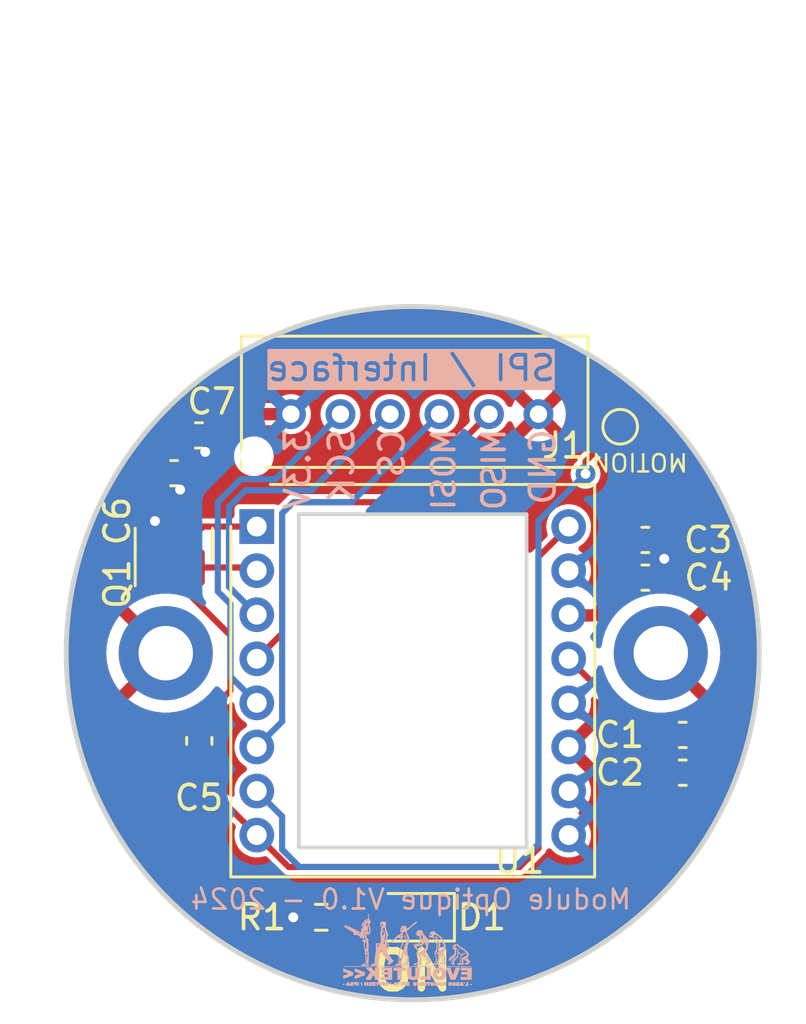
<source format=kicad_pcb>
(kicad_pcb (version 20221018) (generator pcbnew)
  (layers (0 "F.Cu" signal) (31 "B.Cu" signal) (34 "B.Paste" user) (35 "F.Paste" user) (36 "B.SilkS" user "B.Silkscreen") (37 "F.SilkS" user "F.Silkscreen") (38 "B.Mask" user) (39 "F.Mask" user) (44 "Edge.Cuts" user))
  (net 0 "")
  (net 1 "Net-(U1-REFA)")
  (net 2 "GND")
  (net 3 "+3V3")
  (net 4 "Net-(Q1-D)")
  (net 5 "Net-(U1--VCSEL)")
  (net 6 "/MISO")
  (net 7 "/MOSI")
  (net 8 "/CS")
  (net 9 "/SCK")
  (net 10 "Net-(Q1-G)")
  (net 11 "Net-(U1-~{MOTION})")
  (net 12 "Net-(D1-A)")
  (footprint "MountingHole:MountingHole_2.2mm_M2_DIN965_Pad" (layer "F.Cu") (at 106.1 71.374)
    (fp_text reference "H2" hide)
    (fp_text value "M2" hide)
    (pad "1" thru_hole circle (at 0 0) (size 3.8 3.8) (drill 2.2) (layers "*.Cu" "*.Mask") (net 2 "GND"))
  )
  (footprint "Resistor_SMD:R_0603_1608Metric" (layer "F.Cu") (at 112.3805 82.042)
    (fp_text reference "R1" (at -2.3985 0) (layer "F.SilkS"))
    (fp_text value "510")
    (pad "1" smd roundrect (at -0.825 0) (size 0.8 0.95) (layers "F.Cu" "F.Paste" "F.Mask") (net 3 "+3V3"))
    (pad "2" smd roundrect (at 0.825 0) (size 0.8 0.95) (layers "F.Cu" "F.Paste" "F.Mask") (net 12 "Net-(D1-A)"))
  )
  (footprint "Capacitor_SMD:C_0603_1608Metric" (layer "F.Cu") (at 125.476 66.802 180)
    (fp_text reference "C3" (at -2.54 0) (layer "F.SilkS"))
    (fp_text value "100n")
    (pad "1" smd roundrect (at -0.775 0 180) (size 0.9 0.95) (layers "F.Cu" "F.Paste" "F.Mask") (net 3 "+3V3"))
    (pad "2" smd roundrect (at 0.775 0 180) (size 0.9 0.95) (layers "F.Cu" "F.Paste" "F.Mask") (net 2 "GND"))
  )
  (footprint "Capacitor_SMD:C_0603_1608Metric" (layer "F.Cu") (at 106.439 64.105 180)
    (fp_text reference "C6" (at 2.299 -1.935 90) (layer "F.SilkS"))
    (fp_text value "100n")
    (pad "1" smd roundrect (at -0.775 0 180) (size 0.9 0.95) (layers "F.Cu" "F.Paste" "F.Mask") (net 3 "+3V3"))
    (pad "2" smd roundrect (at 0.775 0 180) (size 0.9 0.95) (layers "F.Cu" "F.Paste" "F.Mask") (net 2 "GND"))
  )
  (footprint "Package_TO_SOT_SMD:SOT-23" (layer "F.Cu") (at 106.426 66.9775 90)
    (fp_text reference "Q1" (at -1.6025 -2.286 90) (layer "F.SilkS"))
    (fp_text value "PMOS")
    (pad "1" smd roundrect (at -0.9375 -0.95 90) (size 1.475 0.6) (layers "F.Cu" "F.Paste" "F.Mask") (net 4 "Net-(Q1-D)"))
    (pad "2" smd roundrect (at -0.9375 0.95 90) (size 1.475 0.6) (layers "F.Cu" "F.Paste" "F.Mask") (net 10 "Net-(Q1-G)"))
    (pad "3" smd roundrect (at 0.9375 0 90) (size 1.475 0.6) (layers "F.Cu" "F.Paste" "F.Mask") (net 3 "+3V3"))
  )
  (footprint "TestPoint:TestPoint_Pad_D1.0mm" (layer "F.Cu") (at 124.46 62.23)
    (fp_text reference "TP1" hide)
    (fp_text value "TestPoint" hide)
    (pad "1" smd circle (at 0 0) (size 1 1) (layers "F.Cu" "F.Mask") (net 11 "Net-(U1-~{MOTION})"))
  )
  (footprint "Capacitor_SMD:C_0603_1608Metric" (layer "F.Cu") (at 125.476 68.326 180)
    (fp_text reference "C4" (at -2.553 0) (layer "F.SilkS"))
    (fp_text value "3.3u")
    (pad "1" smd roundrect (at -0.775 0 180) (size 0.9 0.95) (layers "F.Cu" "F.Paste" "F.Mask") (net 3 "+3V3"))
    (pad "2" smd roundrect (at 0.775 0 180) (size 0.9 0.95) (layers "F.Cu" "F.Paste" "F.Mask") (net 2 "GND"))
  )
  (footprint "ConnectorsEvo:B06B-PASK" (layer "F.Cu") (at 116.158 61.722 180)
    (fp_text reference "J1" (at -6.016 -1.27) (layer "F.SilkS"))
    (fp_text value "Conn_01x06" hide)
    (pad "" np_thru_hole circle (at 6.5 -1.7 180) (size 1.1 1.1) (drill 1.1) (layers "*.Cu" "*.Mask"))
    (pad "1" thru_hole circle (at 5 0 180) (size 1.208 1.208) (drill 0.7) (layers "*.Cu" "*.Mask") (net 3 "+3V3"))
    (pad "2" thru_hole circle (at 3 0 180) (size 1.208 1.208) (drill 0.7) (layers "*.Cu" "*.Mask") (net 9 "/SCK"))
    (pad "3" thru_hole circle (at 1 0 180) (size 1.208 1.208) (drill 0.7) (layers "*.Cu" "*.Mask") (net 8 "/CS"))
    (pad "4" thru_hole circle (at -1 0 180) (size 1.208 1.208) (drill 0.7) (layers "*.Cu" "*.Mask") (net 7 "/MOSI"))
    (pad "5" thru_hole circle (at -3 0 180) (size 1.208 1.208) (drill 0.7) (layers "*.Cu" "*.Mask") (net 6 "/MISO"))
    (pad "6" thru_hole circle (at -5 0 180) (size 1.208 1.208) (drill 0.7) (layers "*.Cu" "*.Mask") (net 2 "GND"))
  )
  (footprint "MountingHole:MountingHole_2.2mm_M2_DIN965_Pad" (layer "F.Cu") (at 126.1 71.374)
    (fp_text reference "H1" hide)
    (fp_text value "M2" hide)
    (pad "1" thru_hole circle (at 0 0) (size 3.8 3.8) (drill 2.2) (layers "*.Cu" "*.Mask") (net 2 "GND"))
  )
  (footprint "OptoDevice:ADNS-9800" (layer "F.Cu") (at 109.778 66.262)
    (fp_text reference "U1" (at 10.618 13.494 180) (layer "F.SilkS"))
    (fp_text value "~" hide)
    (fp_line (start 1.7 -0.5) (end 10.9 -0.5) (stroke (width 0.15)) (layer "Edge.Cuts"))
    (fp_line (start 1.7 12.96) (end 1.7 -0.5) (stroke (width 0.15)) (layer "Edge.Cuts"))
    (fp_line (start 10.9 -0.5) (end 10.9 12.96) (stroke (width 0.15)) (layer "Edge.Cuts"))
    (fp_line (start 10.9 12.96) (end 1.7 12.96) (stroke (width 0.15)) (layer "Edge.Cuts"))
    (pad "1" thru_hole rect (at 0 0) (size 1.4 1.4) (drill 0.8) (layers "*.Cu" "*.Mask") (net 4 "Net-(Q1-D)"))
    (pad "2" thru_hole circle (at 0 1.78) (size 1.4 1.4) (drill 0.8) (layers "*.Cu" "*.Mask") (net 10 "Net-(Q1-G)"))
    (pad "3" thru_hole circle (at 0 3.56) (size 1.4 1.4) (drill 0.8) (layers "*.Cu" "*.Mask") (net 8 "/CS"))
    (pad "4" thru_hole circle (at 0 5.34) (size 1.4 1.4) (drill 0.8) (layers "*.Cu" "*.Mask") (net 6 "/MISO"))
    (pad "5" thru_hole circle (at 0 7.12) (size 1.4 1.4) (drill 0.8) (layers "*.Cu" "*.Mask") (net 9 "/SCK"))
    (pad "6" thru_hole circle (at 0 8.9) (size 1.4 1.4) (drill 0.8) (layers "*.Cu" "*.Mask") (net 7 "/MOSI"))
    (pad "7" thru_hole circle (at 0 10.68) (size 1.4 1.4) (drill 0.8) (layers "*.Cu" "*.Mask") (net 11 "Net-(U1-~{MOTION})"))
    (pad "8" thru_hole circle (at 0 12.46) (size 1.4 1.4) (drill 0.8) (layers "*.Cu" "*.Mask") (net 5 "Net-(U1--VCSEL)"))
    (pad "9" thru_hole circle (at 12.6 12.46) (size 1.4 1.4) (drill 0.8) (layers "*.Cu" "*.Mask") (net 3 "+3V3"))
    (pad "10" thru_hole circle (at 12.6 10.68) (size 1.4 1.4) (drill 0.8) (layers "*.Cu" "*.Mask") (net 3 "+3V3"))
    (pad "11" thru_hole circle (at 12.6 8.9) (size 1.4 1.4) (drill 0.8) (layers "*.Cu" "*.Mask") (net 2 "GND"))
    (pad "12" thru_hole circle (at 12.6 7.12) (size 1.4 1.4) (drill 0.8) (layers "*.Cu" "*.Mask") (net 3 "+3V3"))
    (pad "13" thru_hole circle (at 12.6 5.34) (size 1.4 1.4) (drill 0.8) (layers "*.Cu" "*.Mask") (net 1 "Net-(U1-REFA)"))
    (pad "14" thru_hole circle (at 12.6 3.56) (size 1.4 1.4) (drill 0.8) (layers "*.Cu" "*.Mask") (net 2 "GND"))
    (pad "15" thru_hole circle (at 12.6 1.78) (size 1.4 1.4) (drill 0.8) (layers "*.Cu" "*.Mask") (net 3 "+3V3"))
    (pad "16" thru_hole circle (at 12.6 0) (size 1.4 1.4) (drill 0.8) (layers "*.Cu" "*.Mask") (net 5 "Net-(U1--VCSEL)"))
  )
  (footprint "Capacitor_SMD:C_0603_1608Metric" (layer "F.Cu") (at 107.455 74.917 -90)
    (fp_text reference "C5" (at 2.299 0.013) (layer "F.SilkS"))
    (fp_text value "470p")
    (pad "1" smd roundrect (at -0.775 0 270) (size 0.9 0.95) (layers "F.Cu" "F.Paste" "F.Mask") (net 4 "Net-(Q1-D)"))
    (pad "2" smd roundrect (at 0.775 0 270) (size 0.9 0.95) (layers "F.Cu" "F.Paste" "F.Mask") (net 5 "Net-(U1--VCSEL)"))
  )
  (footprint "Capacitor_SMD:C_0603_1608Metric" (layer "F.Cu") (at 126.987 76.2)
    (fp_text reference "C2" (at -2.54 0) (layer "F.SilkS"))
    (fp_text value "10u")
    (pad "1" smd roundrect (at -0.775 0) (size 0.9 0.95) (layers "F.Cu" "F.Paste" "F.Mask") (net 1 "Net-(U1-REFA)"))
    (pad "2" smd roundrect (at 0.775 0) (size 0.9 0.95) (layers "F.Cu" "F.Paste" "F.Mask") (net 2 "GND"))
  )
  (footprint "Capacitor_SMD:C_0603_1608Metric" (layer "F.Cu") (at 126.987 74.676)
    (fp_text reference "C1" (at -2.54 0) (layer "F.SilkS"))
    (fp_text value "100n")
    (pad "1" smd roundrect (at -0.775 0) (size 0.9 0.95) (layers "F.Cu" "F.Paste" "F.Mask") (net 1 "Net-(U1-REFA)"))
    (pad "2" smd roundrect (at 0.775 0) (size 0.9 0.95) (layers "F.Cu" "F.Paste" "F.Mask") (net 2 "GND"))
  )
  (footprint "LED_SMD:LED_0805_2012Metric" (layer "F.Cu") (at 116.078 82.042 180)
    (fp_text reference "D1" (at -2.794 0) (layer "F.SilkS"))
    (fp_text value "LED" hide)
    (pad "1" smd roundrect (at -0.9375 0 180) (size 0.975 1.4) (layers "F.Cu" "F.Paste" "F.Mask") (net 2 "GND"))
    (pad "2" smd roundrect (at 0.9375 0 180) (size 0.975 1.4) (layers "F.Cu" "F.Paste" "F.Mask") (net 12 "Net-(D1-A)"))
  )
  (footprint "Capacitor_SMD:C_0603_1608Metric" (layer "F.Cu") (at 107.442 62.581 180)
    (fp_text reference "C7" (at -0.508 1.367) (layer "F.SilkS"))
    (fp_text value "1u")
    (pad "1" smd roundrect (at -0.775 0 180) (size 0.9 0.95) (layers "F.Cu" "F.Paste" "F.Mask") (net 3 "+3V3"))
    (pad "2" smd roundrect (at 0.775 0 180) (size 0.9 0.95) (layers "F.Cu" "F.Paste" "F.Mask") (net 2 "GND"))
  )
  (footprint "ComponentsEvo:logo-evo-micro" (layer "B.Cu") (at 115.824 83.312 180)
    (fp_text reference "LOGO1" hide)
    (fp_text value "TestPoint_Small" hide)
  )
  (gr_circle (center 116.078 71.374) (end 130.078 71.374) (stroke (width 0.2)) (fill none) (layer "Edge.Cuts"))
  (gr_text "MISO\n" (at 119.888 62.23 90) (layer "B.SilkS") (effects (font (size 0.9 0.9)) (justify left bottom mirror)))
  (gr_text "CS\n" (at 115.824 62.23 90) (layer "B.SilkS") (effects (font (size 1 1)) (justify left bottom mirror)))
  (gr_text "GND\n" (at 121.92 62.23 90) (layer "B.SilkS") (effects (font (size 1 1)) (justify left bottom mirror)))
  (gr_text "SPI / Interface" (at 121.92 60.452) (layer "B.SilkS" knockout) (effects (font (size 1 1)) (justify left bottom mirror)))
  (gr_text "SCK\n" (at 113.792 62.23 90) (layer "B.SilkS") (effects (font (size 1 1)) (justify left bottom mirror)))
  (gr_text "3.3V\n" (at 112.014 62.23 90) (layer "B.SilkS") (effects (font (size 1 1)) (justify left bottom mirror)))
  (gr_text "Module Optique V1.0 - 2024" (at 124.968 81.788) (layer "B.SilkS") (effects (font (size 0.8 0.8) (thickness 0.11)) (justify left bottom mirror)))
  (gr_text "MOSI\n" (at 117.856 62.23 90) (layer "B.SilkS") (effects (font (size 0.9 0.9)) (justify left bottom mirror)))
  (gr_text "ON" (at 114.3 85.09) (layer "F.SilkS") (effects (font (size 1.5 1.5) (thickness 0.3) bold) (justify left bottom)))
  (gr_text "MOTION\n" (at 127.254 63.246 180) (layer "F.SilkS") (effects (font (size 0.7 0.7) (thickness 0.1)) (justify left bottom)))
  (segment (start 125.452 74.676) (end 122.378 71.602) (width 0.25) (layer "F.Cu") (net 1))
  (segment (start 126.212 76.2) (end 126.212 74.676) (width 0.25) (layer "F.Cu") (net 1))
  (segment (start 126.212 74.676) (end 125.452 74.676) (width 0.25) (layer "F.Cu") (net 1))
  (segment (start 124.701 67.056) (end 124.701 65.799) (width 0.5) (layer "F.Cu") (net 2))
  (segment (start 122.406 69.85) (end 122.378 69.822) (width 0.5) (layer "F.Cu") (net 2))
  (segment (start 124.701 65.799) (end 124.714 65.786) (width 0.5) (layer "F.Cu") (net 2))
  (segment (start 124.701 68.58) (end 123.431 69.85) (width 0.5) (layer "F.Cu") (net 2))
  (segment (start 123.431 69.85) (end 122.406 69.85) (width 0.5) (layer "F.Cu") (net 2))
  (segment (start 124.701 68.58) (end 124.701 67.056) (width 0.5) (layer "F.Cu") (net 2))
  (segment (start 106.68 64.77) (end 106.549 64.77) (width 0.5) (layer "F.Cu") (net 3))
  (segment (start 106.549 64.77) (end 106.426 64.893) (width 0.5) (layer "F.Cu") (net 3))
  (segment (start 106.426 64.893) (end 106.426 66.04) (width 0.5) (layer "F.Cu") (net 3))
  (segment (start 108.217 62.581) (end 108.217 62.725) (width 0.5) (layer "F.Cu") (net 3))
  (segment (start 107.214 64.105) (end 106.68 64.639) (width 0.5) (layer "F.Cu") (net 3))
  (segment (start 106.426 66.04) (end 105.664 66.04) (width 0.5) (layer "F.Cu") (net 3))
  (segment (start 107.696 63.246) (end 107.214 63.728) (width 0.5) (layer "F.Cu") (net 3))
  (segment (start 107.214 63.728) (end 107.214 64.105) (width 0.5) (layer "F.Cu") (net 3))
  (segment (start 126.238 67.564) (end 126.238 68.313) (width 0.25) (layer "F.Cu") (net 3))
  (segment (start 106.68 64.639) (end 106.68 64.77) (width 0.5) (layer "F.Cu") (net 3))
  (segment (start 126.238 66.815) (end 126.251 66.802) (width 0.25) (layer "F.Cu") (net 3))
  (segment (start 108.217 62.725) (end 107.696 63.246) (width 0.5) (layer "F.Cu") (net 3))
  (segment (start 126.238 68.313) (end 126.251 68.326) (width 0.25) (layer "F.Cu") (net 3))
  (segment (start 126.238 67.564) (end 126.238 66.815) (width 0.25) (layer "F.Cu") (net 3))
  (segment (start 109.076 61.722) (end 108.217 62.581) (width 0.5) (layer "F.Cu") (net 3))
  (segment (start 111.158 61.722) (end 109.076 61.722) (width 0.5) (layer "F.Cu") (net 3))
  (via (at 107.696 63.246) (size 0.8) (drill 0.4) (layers "F.Cu" "B.Cu") (net 3))
  (via (at 106.68 64.77) (size 0.8) (drill 0.4) (layers "F.Cu" "B.Cu") (net 3))
  (via (at 111.252 82.042) (size 0.8) (drill 0.4) (layers "F.Cu" "B.Cu") (net 3))
  (via (at 126.238 67.564) (size 0.8) (drill 0.4) (layers "F.Cu" "B.Cu") (net 3))
  (via (at 105.664 66.04) (size 0.8) (drill 0.4) (layers "F.Cu" "B.Cu") (net 3))
  (segment (start 108.712 70.660251) (end 108.712 72.885) (width 0.25) (layer "F.Cu") (net 4))
  (segment (start 105.476 67.915) (end 105.966749 67.915) (width 0.25) (layer "F.Cu") (net 4))
  (segment (start 105.960251 67.915) (end 105.476 67.915) (width 0.25) (layer "F.Cu") (net 4))
  (segment (start 105.966749 67.915) (end 108.712 70.660251) (width 0.25) (layer "F.Cu") (net 4))
  (segment (start 109.778 66.262) (end 107.613251 66.262) (width 0.25) (layer "F.Cu") (net 4))
  (segment (start 108.712 72.885) (end 107.455 74.142) (width 0.25) (layer "F.Cu") (net 4))
  (segment (start 107.613251 66.262) (end 105.960251 67.915) (width 0.25) (layer "F.Cu") (net 4))
  (segment (start 121.158 67.482) (end 122.378 66.262) (width 0.25) (layer "F.Cu") (net 5))
  (segment (start 107.455 75.692) (end 107.455 76.399) (width 0.25) (layer "F.Cu") (net 5))
  (segment (start 120.396 80.01) (end 121.158 79.248) (width 0.25) (layer "F.Cu") (net 5))
  (segment (start 121.158 79.248) (end 121.158 67.482) (width 0.25) (layer "F.Cu") (net 5))
  (segment (start 107.455 76.399) (end 109.778 78.722) (width 0.25) (layer "F.Cu") (net 5))
  (segment (start 109.778 78.722) (end 111.066 80.01) (width 0.25) (layer "F.Cu") (net 5))
  (segment (start 111.066 80.01) (end 120.396 80.01) (width 0.25) (layer "F.Cu") (net 5))
  (segment (start 115.602 65.278) (end 111.252 65.278) (width 0.25) (layer "F.Cu") (net 6))
  (segment (start 110.803 65.727) (end 110.803 70.577) (width 0.25) (layer "F.Cu") (net 6))
  (segment (start 119.158 61.722) (end 115.602 65.278) (width 0.25) (layer "F.Cu") (net 6))
  (segment (start 110.803 70.577) (end 109.778 71.602) (width 0.25) (layer "F.Cu") (net 6))
  (segment (start 111.252 65.278) (end 110.803 65.727) (width 0.25) (layer "F.Cu") (net 6))
  (segment (start 110.803 74.137) (end 109.778 75.162) (width 0.25) (layer "B.Cu") (net 7))
  (segment (start 110.803 65.727) (end 110.803 74.137) (width 0.25) (layer "B.Cu") (net 7))
  (segment (start 117.158 61.722) (end 113.602 65.278) (width 0.25) (layer "B.Cu") (net 7))
  (segment (start 111.252 65.278) (end 110.803 65.727) (width 0.25) (layer "B.Cu") (net 7))
  (segment (start 113.602 65.278) (end 111.252 65.278) (width 0.25) (layer "B.Cu") (net 7))
  (segment (start 111.987 64.797) (end 109.321396 64.797) (width 0.25) (layer "B.Cu") (net 8))
  (segment (start 108.654 68.698) (end 109.778 69.822) (width 0.25) (layer "B.Cu") (net 8))
  (segment (start 115.158 61.722) (end 115.062 61.722) (width 0.25) (layer "B.Cu") (net 8))
  (segment (start 108.654 65.464396) (end 108.654 68.698) (width 0.25) (layer "B.Cu") (net 8))
  (segment (start 115.062 61.722) (end 111.987 64.797) (width 0.25) (layer "B.Cu") (net 8))
  (segment (start 109.321396 64.797) (end 108.654 65.464396) (width 0.25) (layer "B.Cu") (net 8))
  (segment (start 109.135 64.347) (end 110.533 64.347) (width 0.25) (layer "B.Cu") (net 9))
  (segment (start 108.204 65.278) (end 109.135 64.347) (width 0.25) (layer "B.Cu") (net 9))
  (segment (start 108.712 72.316) (end 108.712 69.392396) (width 0.25) (layer "B.Cu") (net 9))
  (segment (start 108.712 69.392396) (end 108.204 68.884396) (width 0.25) (layer "B.Cu") (net 9))
  (segment (start 110.533 64.347) (end 113.158 61.722) (width 0.25) (layer "B.Cu") (net 9))
  (segment (start 108.204 68.884396) (end 108.204 65.278) (width 0.25) (layer "B.Cu") (net 9))
  (segment (start 109.778 73.382) (end 108.712 72.316) (width 0.25) (layer "B.Cu") (net 9))
  (segment (start 109.651 67.915) (end 109.778 68.042) (width 0.25) (layer "F.Cu") (net 10))
  (segment (start 107.376 67.915) (end 109.651 67.915) (width 0.25) (layer "F.Cu") (net 10))
  (segment (start 123.059215 63.630785) (end 124.46 62.23) (width 0.25) (layer "F.Cu") (net 11))
  (segment (start 123.059215 64.131215) (end 123.059215 63.630785) (width 0.25) (layer "F.Cu") (net 11))
  (via (at 123.059215 64.131215) (size 0.8) (drill 0.4) (layers "F.Cu" "B.Cu") (net 11))
  (segment (start 121.158 66.032431) (end 121.158 79.083389) (width 0.25) (layer "B.Cu") (net 11))
  (segment (start 120.231389 80.01) (end 111.506 80.01) (width 0.25) (layer "B.Cu") (net 11))
  (segment (start 110.803 77.967) (end 109.778 76.942) (width 0.25) (layer "B.Cu") (net 11))
  (segment (start 110.803 79.307) (end 110.803 77.967) (width 0.25) (layer "B.Cu") (net 11))
  (segment (start 121.158 79.083389) (end 120.231389 80.01) (width 0.25) (layer "B.Cu") (net 11))
  (segment (start 123.059215 64.131215) (end 121.158 66.032431) (width 0.25) (layer "B.Cu") (net 11))
  (segment (start 111.506 80.01) (end 110.803 79.307) (width 0.25) (layer "B.Cu") (net 11))
  (segment (start 115.1405 82.042) (end 113.2055 82.042) (width 0.25) (layer "F.Cu") (net 12))
  (zone (net 2) (net_name "GND") (layer "F.Cu") (connect_pads (clearance 0.2)) (min_thickness 0.25) (fill yes (thermal_gap 0.5) (thermal_bridge_width 0.5))
    (polygon (pts (xy 100.838 55.626) (xy 131.826 55.626) (xy 131.826 86.36) (xy 100.838 86.36)))
  )
  (zone (net 0) (net_name "") (layer "F.Cu") (connect_pads (clearance 0)) (min_thickness 0.25)
    (keepout (tracks allowed) (vias allowed) (pads allowed) (copperpour not_allowed) (footprints allowed))
    (fill (thermal_gap 0.5) (thermal_bridge_width 0.5))
    (polygon (pts (xy 123.952 66.04) (xy 125.476 66.04) (xy 125.476 69.342) (xy 123.444 70.866) (xy 121.412 70.866) (xy 121.412 68.834) (xy 123.444 68.834) (xy 123.952 68.326)))
  )
  (zone (net 3) (net_name "+3V3") (layer "B.Cu") (connect_pads (clearance 0.5)) (min_thickness 0.25) (fill yes (thermal_gap 0.5) (thermal_bridge_width 0.5))
    (polygon (pts (xy 101 55.464) (xy 131.988 55.464) (xy 131.988 86.198) (xy 101 86.198)))
  )
)
</source>
